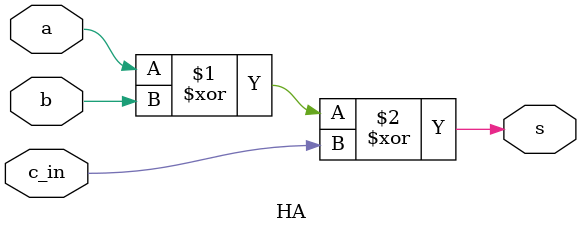
<source format=v>
module cla(
    input [3:0] a,
    input [3:0] b,
    input ci,
    output [3:0] s,
    output co
);
    wire P0, P1, P2, P3;
    wire G0, G1, G2, G3;
    wire C0, C1, C2, C3;

    P p0(a[0], b[0], P0);
    P p1(a[1], b[1], P1);
    P p2(a[2], b[2], P2);
    P p3(a[3], b[3], P3);

    G g0(a[0], b[0], G0);
    G g1(a[1], b[1], G1);
    G g2(a[2], b[2], G2);
    G g3(a[3], b[3], G3);

    assign C0 = G0 | (P0 & ci);
    assign C1 = G1 | (P1 & (G0 | (P0 & ci)));
    assign C2 = G2 | (P2 & (G1 | (P1 & (G0 | (P0 & ci)))));
    assign C3 = G3 | (P3 & (G2 | (P2 & (G1 | (P1 & (G0 | (P0 & ci)))))));
    assign co = C3;

    HA ha1(a[0], b[0], ci, s[0]);
    HA ha1(a[1], b[1], C0, s[1]);
    HA ha1(a[2], b[2], C1, s[2]);
    HA ha1(a[3], b[3], C2, s[3]);
endmodule

module P(
    input a,
    input b,
    output Pi
);
    assign Pi = a ^ b;
endmodule

module G(
    input a,
    input b,
    output Gi
);
    assign Gi = a & b;
endmodule

module HA(
    input a,
    input b,
    input c_in,
    output s
);
    assign s = a ^ b ^ c_in;
endmodule
</source>
